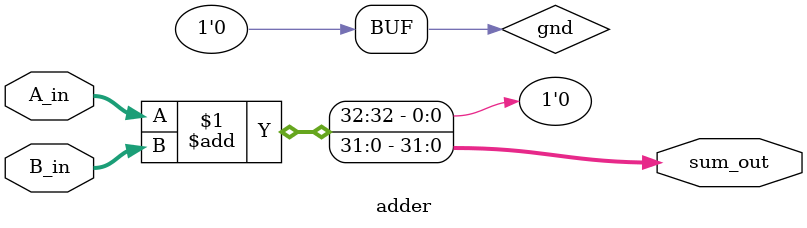
<source format=v>


`resetall
`timescale 1ns/10ps
module adder #(parameter N=32)( input [N-1:0] A_in, 
                                input [N-1:0] B_in, 
                                output [N-1:0] sum_out);


// ### Please start your Verilog code here ### 

wire gnd; 

assign {gnd, sum_out} = A_in + B_in;
assign gnd = 1'b0;  //Assigning carry out to ground

endmodule

</source>
